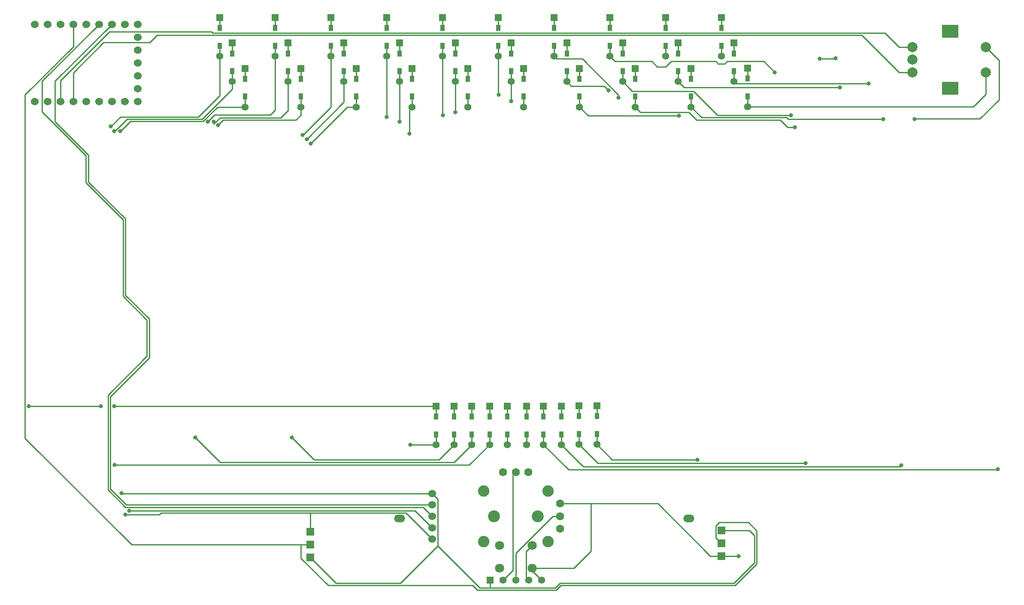
<source format=gbr>
G04 #@! TF.GenerationSoftware,KiCad,Pcbnew,7.0.8*
G04 #@! TF.CreationDate,2024-01-10T21:48:22+09:00*
G04 #@! TF.ProjectId,ckb4,636b6234-2e6b-4696-9361-645f70636258,rev?*
G04 #@! TF.SameCoordinates,Original*
G04 #@! TF.FileFunction,Copper,L1,Top*
G04 #@! TF.FilePolarity,Positive*
%FSLAX46Y46*%
G04 Gerber Fmt 4.6, Leading zero omitted, Abs format (unit mm)*
G04 Created by KiCad (PCBNEW 7.0.8) date 2024-01-10 21:48:22*
%MOMM*%
%LPD*%
G01*
G04 APERTURE LIST*
G04 #@! TA.AperFunction,ComponentPad*
%ADD10R,1.397000X1.397000*%
G04 #@! TD*
G04 #@! TA.AperFunction,SMDPad,CuDef*
%ADD11R,0.950000X1.300000*%
G04 #@! TD*
G04 #@! TA.AperFunction,ComponentPad*
%ADD12C,1.397000*%
G04 #@! TD*
G04 #@! TA.AperFunction,ComponentPad*
%ADD13O,2.200000X1.500000*%
G04 #@! TD*
G04 #@! TA.AperFunction,SMDPad,CuDef*
%ADD14R,1.524000X1.524000*%
G04 #@! TD*
G04 #@! TA.AperFunction,ComponentPad*
%ADD15C,2.000000*%
G04 #@! TD*
G04 #@! TA.AperFunction,ComponentPad*
%ADD16R,3.200000X2.500000*%
G04 #@! TD*
G04 #@! TA.AperFunction,ComponentPad*
%ADD17C,2.250000*%
G04 #@! TD*
G04 #@! TA.AperFunction,ComponentPad*
%ADD18C,2.350000*%
G04 #@! TD*
G04 #@! TA.AperFunction,ComponentPad*
%ADD19C,1.524000*%
G04 #@! TD*
G04 #@! TA.AperFunction,ComponentPad*
%ADD20C,1.600000*%
G04 #@! TD*
G04 #@! TA.AperFunction,ComponentPad*
%ADD21C,1.800000*%
G04 #@! TD*
G04 #@! TA.AperFunction,ViaPad*
%ADD22C,0.800000*%
G04 #@! TD*
G04 #@! TA.AperFunction,Conductor*
%ADD23C,0.250000*%
G04 #@! TD*
G04 APERTURE END LIST*
D10*
X-231500000Y158810000D03*
D11*
X-231500000Y156775000D03*
X-231500000Y153225000D03*
D12*
X-231500000Y151190000D03*
D10*
X-198500000Y158810000D03*
D11*
X-198500000Y156775000D03*
X-198500000Y153225000D03*
D12*
X-198500000Y151190000D03*
D10*
X-209500000Y158810000D03*
D11*
X-209500000Y156775000D03*
X-209500000Y153225000D03*
D12*
X-209500000Y151190000D03*
D13*
X-185402500Y64850000D03*
D10*
X-240000000Y153810000D03*
D11*
X-240000000Y151775000D03*
X-240000000Y148225000D03*
D12*
X-240000000Y146190000D03*
D14*
X-260060000Y62210000D03*
X-260060000Y59670000D03*
X-260060000Y57130000D03*
D10*
X-231760000Y87055000D03*
D11*
X-231760000Y85020000D03*
X-231760000Y81470000D03*
D12*
X-231760000Y79435000D03*
D10*
X-207080000Y87100000D03*
D11*
X-207080000Y85065000D03*
X-207080000Y81515000D03*
D12*
X-207080000Y79480000D03*
D10*
X-201000000Y163810000D03*
D11*
X-201000000Y161775000D03*
X-201000000Y158225000D03*
D12*
X-201000000Y156190000D03*
D10*
X-251000000Y153810000D03*
D11*
X-251000000Y151775000D03*
X-251000000Y148225000D03*
D12*
X-251000000Y146190000D03*
D10*
X-185000000Y153810000D03*
D11*
X-185000000Y151775000D03*
X-185000000Y148225000D03*
D12*
X-185000000Y146190000D03*
D10*
X-275500000Y158810000D03*
D11*
X-275500000Y156775000D03*
X-275500000Y153225000D03*
D12*
X-275500000Y151190000D03*
D10*
X-187500000Y158810000D03*
D11*
X-187500000Y156775000D03*
X-187500000Y153225000D03*
D12*
X-187500000Y151190000D03*
D10*
X-207000000Y153810000D03*
D11*
X-207000000Y151775000D03*
X-207000000Y148225000D03*
D12*
X-207000000Y146190000D03*
D10*
X-256000000Y163810000D03*
D11*
X-256000000Y161775000D03*
X-256000000Y158225000D03*
D12*
X-256000000Y156190000D03*
D10*
X-212000000Y163810000D03*
D11*
X-212000000Y161775000D03*
X-212000000Y158225000D03*
D12*
X-212000000Y156190000D03*
D10*
X-217430000Y87070000D03*
D11*
X-217430000Y85035000D03*
X-217430000Y81485000D03*
D12*
X-217430000Y79450000D03*
D10*
X-203570000Y87100000D03*
D11*
X-203570000Y85065000D03*
X-203570000Y81515000D03*
D12*
X-203570000Y79480000D03*
D10*
X-273000000Y153810000D03*
D11*
X-273000000Y151775000D03*
X-273000000Y148225000D03*
D12*
X-273000000Y146190000D03*
D10*
X-267000000Y163810000D03*
D11*
X-267000000Y161775000D03*
X-267000000Y158225000D03*
D12*
X-267000000Y156190000D03*
D10*
X-224720000Y87055000D03*
D11*
X-224720000Y85020000D03*
X-224720000Y81470000D03*
D12*
X-224720000Y79435000D03*
D14*
X-178980000Y57440000D03*
X-178980000Y59980000D03*
X-178980000Y62520000D03*
D10*
X-234000000Y163810000D03*
D11*
X-234000000Y161775000D03*
X-234000000Y158225000D03*
D12*
X-234000000Y156190000D03*
D10*
X-210580000Y87090000D03*
D11*
X-210580000Y85055000D03*
X-210580000Y81505000D03*
D12*
X-210580000Y79470000D03*
X-214470000Y52690000D03*
X-217010000Y52690000D03*
X-219550000Y52690000D03*
X-222090000Y52690000D03*
D10*
X-224630000Y52690000D03*
X-221260000Y87055000D03*
D11*
X-221260000Y85020000D03*
X-221260000Y81470000D03*
D12*
X-221260000Y79435000D03*
D10*
X-228280000Y87070000D03*
D11*
X-228280000Y85035000D03*
X-228280000Y81485000D03*
D12*
X-228280000Y79450000D03*
D10*
X-218000000Y153810000D03*
D11*
X-218000000Y151775000D03*
X-218000000Y148225000D03*
D12*
X-218000000Y146190000D03*
D10*
X-214110000Y87090000D03*
D11*
X-214110000Y85055000D03*
X-214110000Y81505000D03*
D12*
X-214110000Y79470000D03*
D10*
X-220500000Y158810000D03*
D11*
X-220500000Y156775000D03*
X-220500000Y153225000D03*
D12*
X-220500000Y151190000D03*
D10*
X-173831250Y153828750D03*
D11*
X-173831250Y151793750D03*
X-173831250Y148243750D03*
D12*
X-173831250Y146208750D03*
D15*
X-141320000Y158010000D03*
X-141320000Y153010000D03*
X-141320000Y155510000D03*
D16*
X-133820000Y161110000D03*
X-133820000Y149910000D03*
D15*
X-126820000Y153010000D03*
X-126820000Y158010000D03*
D10*
X-242500000Y158810000D03*
D11*
X-242500000Y156775000D03*
X-242500000Y153225000D03*
D12*
X-242500000Y151190000D03*
D10*
X-176500000Y158810000D03*
D11*
X-176500000Y156775000D03*
X-176500000Y153225000D03*
D12*
X-176500000Y151190000D03*
D10*
X-235260000Y87055000D03*
D11*
X-235260000Y85020000D03*
X-235260000Y81470000D03*
D12*
X-235260000Y79435000D03*
D10*
X-196000000Y153810000D03*
D11*
X-196000000Y151775000D03*
X-196000000Y148225000D03*
D12*
X-196000000Y146190000D03*
D10*
X-229000000Y153810000D03*
D11*
X-229000000Y151775000D03*
X-229000000Y148225000D03*
D12*
X-229000000Y146190000D03*
D10*
X-278000000Y163810000D03*
D11*
X-278000000Y161775000D03*
X-278000000Y158225000D03*
D12*
X-278000000Y156190000D03*
D10*
X-245000000Y163810000D03*
D11*
X-245000000Y161775000D03*
X-245000000Y158225000D03*
D12*
X-245000000Y156190000D03*
D13*
X-242518750Y64850000D03*
D10*
X-179000000Y163810000D03*
D11*
X-179000000Y161775000D03*
X-179000000Y158225000D03*
D12*
X-179000000Y156190000D03*
D10*
X-223000000Y163810000D03*
D11*
X-223000000Y161775000D03*
X-223000000Y158225000D03*
D12*
X-223000000Y156190000D03*
D17*
X-225875000Y70300000D03*
X-225875000Y60300000D03*
D18*
X-223850000Y65300000D03*
X-215250000Y65300000D03*
D17*
X-213225000Y70300000D03*
X-213225000Y60300000D03*
D19*
X-236060000Y69808000D03*
D20*
X-217050000Y74030000D03*
X-210820000Y62800000D03*
D19*
X-236060000Y67554000D03*
D20*
X-219550000Y74030000D03*
D19*
X-236060000Y65300000D03*
D20*
X-210820000Y65300000D03*
D19*
X-236060000Y63046000D03*
D21*
X-222800000Y59550000D03*
X-216300000Y59550000D03*
D19*
X-236060000Y60792000D03*
D21*
X-222800000Y55050000D03*
D20*
X-222050000Y74030000D03*
D21*
X-216300000Y55050000D03*
D20*
X-210820000Y67800000D03*
D10*
X-264500000Y158810000D03*
D11*
X-264500000Y156775000D03*
X-264500000Y153225000D03*
D12*
X-264500000Y151190000D03*
D10*
X-253500000Y158810000D03*
D11*
X-253500000Y156775000D03*
X-253500000Y153225000D03*
D12*
X-253500000Y151190000D03*
D10*
X-190000000Y163810000D03*
D11*
X-190000000Y161775000D03*
X-190000000Y158225000D03*
D12*
X-190000000Y156190000D03*
D10*
X-262000000Y153810000D03*
D11*
X-262000000Y151775000D03*
X-262000000Y148225000D03*
D12*
X-262000000Y146190000D03*
D19*
X-314490000Y147290000D03*
X-311950000Y147290000D03*
X-309410000Y147290000D03*
X-306870000Y147290000D03*
X-304330000Y147290000D03*
X-301790000Y147290000D03*
X-299250000Y147290000D03*
X-296710000Y147290000D03*
X-294170000Y147290000D03*
X-294170000Y149830000D03*
X-294170000Y152370000D03*
X-294170000Y154910000D03*
X-294170000Y157450000D03*
X-294170000Y159990000D03*
X-294170000Y162530000D03*
X-296710000Y162530000D03*
X-299250000Y162530000D03*
X-301790000Y162530000D03*
X-304330000Y162530000D03*
X-306870000Y162530000D03*
X-309410000Y162530000D03*
X-311950000Y162530000D03*
X-314490000Y162530000D03*
D22*
X-315650000Y87060000D03*
X-301430000Y87060000D03*
X-298784500Y87060000D03*
X-140870000Y143800000D03*
X-295810000Y66379500D03*
X-297380000Y69850000D03*
X-175570000Y57390000D03*
X-296610000Y65610000D03*
X-299450000Y142320000D03*
X-280320000Y143240000D03*
X-261630000Y140650000D03*
X-245000000Y144190000D03*
X-233970000Y144500000D03*
X-222950000Y148640000D03*
X-199280000Y148010000D03*
X-168470000Y153000000D03*
X-260800000Y139780000D03*
X-242450000Y143240000D03*
X-231470000Y145130000D03*
X-220510000Y147310000D03*
X-201230000Y149447093D03*
X-165280000Y144540000D03*
X-155580000Y150010000D03*
X-149960000Y150770000D03*
X-278330000Y142610000D03*
X-260030000Y138940000D03*
X-240510000Y140920000D03*
X-187340000Y144447093D03*
X-164530000Y142200000D03*
X-147104174Y143815826D03*
X-298670000Y75420000D03*
X-124450000Y74580000D03*
X-279108504Y143236847D03*
X-162390000Y75800000D03*
X-159600000Y155750000D03*
X-156440000Y155780000D03*
X-298780000Y141380000D03*
X-282790000Y80910000D03*
X-143530000Y75360000D03*
X-297570000Y141410000D03*
X-263740000Y80840000D03*
X-240400000Y79460000D03*
X-183730000Y76480000D03*
D23*
X-222090000Y52690000D02*
X-220120000Y54660000D01*
X-220120000Y73460000D02*
X-219550000Y74030000D01*
X-220120000Y54660000D02*
X-220120000Y73460000D01*
X-219550000Y52690000D02*
X-219550000Y58030668D01*
X-219550000Y58030668D02*
X-212280668Y65300000D01*
X-212280668Y65300000D02*
X-210820000Y65300000D01*
X-217010000Y52690000D02*
X-217525000Y53205000D01*
X-217525000Y53205000D02*
X-217525000Y58325000D01*
X-217525000Y58325000D02*
X-216300000Y59550000D01*
X-214470000Y52690000D02*
X-216300000Y54520000D01*
X-216300000Y54520000D02*
X-216300000Y55050000D01*
X-211731396Y51190000D02*
X-224650000Y51190000D01*
X-224650000Y51190000D02*
X-226690000Y51190000D01*
X-224630000Y52690000D02*
X-224630000Y51210000D01*
X-224630000Y51210000D02*
X-224650000Y51190000D01*
X-210430000Y52075000D02*
X-210846396Y52075000D01*
X-210430000Y52075000D02*
X-176535000Y52075000D01*
X-210846396Y52075000D02*
X-211731396Y51190000D01*
X-226690000Y51190000D02*
X-234960000Y59460000D01*
X-261920000Y59670000D02*
X-261920000Y56990000D01*
X-211545000Y50740000D02*
X-210660000Y51625000D01*
X-180067000Y63416620D02*
X-180067000Y61067000D01*
X-261920000Y56990000D02*
X-256555000Y51625000D01*
X-256555000Y51625000D02*
X-228060000Y51625000D01*
X-179373620Y64110000D02*
X-180067000Y63416620D01*
X-227175000Y50740000D02*
X-211545000Y50740000D01*
X-176275000Y51625000D02*
X-172020000Y55880000D01*
X-172020000Y55880000D02*
X-172020000Y62450000D01*
X-172020000Y62450000D02*
X-173680000Y64110000D01*
X-210660000Y51625000D02*
X-176275000Y51625000D01*
X-228060000Y51625000D02*
X-227175000Y50740000D01*
X-173680000Y64110000D02*
X-179373620Y64110000D01*
X-180067000Y61067000D02*
X-178980000Y59980000D01*
X-179000000Y163810000D02*
X-179000000Y161775000D01*
X-223000000Y163810000D02*
X-223000000Y161775000D01*
X-245000000Y163810000D02*
X-245000000Y161775000D01*
X-212000000Y163810000D02*
X-212000000Y161775000D01*
X-267000000Y163810000D02*
X-267000000Y161775000D01*
X-256000000Y163810000D02*
X-256000000Y161775000D01*
X-278000000Y161775000D02*
X-278000000Y163810000D01*
X-201000000Y163810000D02*
X-201000000Y161775000D01*
X-234000000Y163810000D02*
X-234000000Y161775000D01*
X-190000000Y163810000D02*
X-190000000Y161775000D01*
X-253500000Y158810000D02*
X-253500000Y156775000D01*
X-187500000Y158810000D02*
X-187500000Y156775000D01*
X-231500000Y158810000D02*
X-231500000Y156775000D01*
X-220500000Y158810000D02*
X-220500000Y156775000D01*
X-198500000Y158810000D02*
X-198500000Y156775000D01*
X-264500000Y158810000D02*
X-264500000Y156775000D01*
X-275500000Y156775000D02*
X-275500000Y158810000D01*
X-209500000Y158810000D02*
X-209500000Y156775000D01*
X-242500000Y158810000D02*
X-242500000Y156775000D01*
X-176500000Y158810000D02*
X-176500000Y156775000D01*
X-273000000Y153810000D02*
X-273000000Y151775000D01*
X-251000000Y153810000D02*
X-251000000Y151775000D01*
X-185000000Y151775000D02*
X-185000000Y153810000D01*
X-196000000Y153810000D02*
X-196000000Y151775000D01*
X-229000000Y153810000D02*
X-229000000Y151775000D01*
X-218000000Y153810000D02*
X-218000000Y151775000D01*
X-240000000Y153810000D02*
X-240000000Y151775000D01*
X-173831250Y153828750D02*
X-173831250Y151793750D01*
X-262000000Y153810000D02*
X-262000000Y151775000D01*
X-207000000Y153810000D02*
X-207000000Y151775000D01*
X-207080000Y87100000D02*
X-207080000Y85065000D01*
X-301430000Y87060000D02*
X-315650000Y87060000D01*
X-231760000Y87055000D02*
X-231760000Y85020000D01*
X-228280000Y87070000D02*
X-228280000Y85035000D01*
X-296620000Y87055000D02*
X-298779500Y87055000D01*
X-298779500Y87055000D02*
X-298784500Y87060000D01*
X-210580000Y87090000D02*
X-210580000Y85055000D01*
X-235260000Y87055000D02*
X-235260000Y85020000D01*
X-214110000Y87090000D02*
X-214110000Y85055000D01*
X-203570000Y87100000D02*
X-203570000Y85065000D01*
X-221260000Y85020000D02*
X-221260000Y87055000D01*
X-235260000Y87055000D02*
X-296620000Y87055000D01*
X-224720000Y87055000D02*
X-224720000Y85020000D01*
X-217430000Y87070000D02*
X-217430000Y85035000D01*
X-126820000Y158010000D02*
X-124220000Y155410000D01*
X-124220000Y147630000D02*
X-128020000Y143830000D01*
X-124220000Y155410000D02*
X-124220000Y147630000D01*
X-140840000Y143830000D02*
X-140870000Y143800000D01*
X-128020000Y143830000D02*
X-134750000Y143830000D01*
X-133270000Y143830000D02*
X-134750000Y143830000D01*
X-134750000Y143830000D02*
X-140840000Y143830000D01*
X-221260000Y79435000D02*
X-221260000Y81470000D01*
X-126820000Y153010000D02*
X-126820000Y148690000D01*
X-132820000Y146208750D02*
X-131681250Y146208750D01*
X-173831250Y146208750D02*
X-132820000Y146208750D01*
X-129301250Y146208750D02*
X-132820000Y146208750D01*
X-173831250Y146208750D02*
X-173831250Y148243750D01*
X-126820000Y148690000D02*
X-129301250Y146208750D01*
X-291880000Y104290000D02*
X-291880000Y96580000D01*
X-296600000Y109010000D02*
X-291880000Y104290000D01*
X-296414000Y67554000D02*
X-236060000Y67554000D01*
X-299550000Y88910000D02*
X-299550000Y70690000D01*
X-299250000Y162530000D02*
X-310497000Y151283000D01*
X-291880000Y96580000D02*
X-299550000Y88910000D01*
X-310497000Y143297000D02*
X-303845000Y136645000D01*
X-303845000Y131345000D02*
X-296600000Y124100000D01*
X-303845000Y136645000D02*
X-303845000Y131345000D01*
X-310497000Y151283000D02*
X-310497000Y143297000D01*
X-296600000Y124100000D02*
X-296600000Y109010000D01*
X-299550000Y70690000D02*
X-296414000Y67554000D01*
X-237864000Y67104000D02*
X-296600396Y67104000D01*
X-297053604Y123913604D02*
X-304400000Y131260000D01*
X-313037000Y145200604D02*
X-313037000Y151283000D01*
X-304400000Y136563604D02*
X-313037000Y145200604D01*
X-236060000Y65300000D02*
X-237864000Y67104000D01*
X-297050000Y108823604D02*
X-297050000Y123913604D01*
X-296600396Y67104000D02*
X-300000000Y70503604D01*
X-292330000Y96920000D02*
X-292330000Y104103604D01*
X-292330000Y104103604D02*
X-297050000Y108823604D01*
X-297050000Y123913604D02*
X-297053604Y123913604D01*
X-304400000Y131260000D02*
X-304400000Y136563604D01*
X-313037000Y151283000D02*
X-301790000Y162530000D01*
X-300000000Y70503604D02*
X-300000000Y89250000D01*
X-300000000Y89250000D02*
X-292330000Y96920000D01*
X-236060000Y63046000D02*
X-239434000Y66420000D01*
X-239434000Y66420000D02*
X-295560000Y66420000D01*
X-297338000Y69808000D02*
X-297380000Y69850000D01*
X-234960000Y59460000D02*
X-242345000Y52075000D01*
X-234960000Y61050000D02*
X-234960000Y59460000D01*
X-234960000Y68708000D02*
X-236060000Y69808000D01*
X-234960000Y61050000D02*
X-234960000Y68708000D01*
X-173480000Y62520000D02*
X-178980000Y62520000D01*
X-260060000Y57130000D02*
X-255005000Y52075000D01*
X-242345000Y52075000D02*
X-244610000Y52075000D01*
X-234960000Y60361526D02*
X-234960000Y61050000D01*
X-255005000Y52075000D02*
X-244610000Y52075000D01*
X-236060000Y69808000D02*
X-297338000Y69808000D01*
X-176535000Y52075000D02*
X-172470000Y56140000D01*
X-172470000Y56140000D02*
X-172470000Y61510000D01*
X-172470000Y61510000D02*
X-173480000Y62520000D01*
X-289520000Y65970000D02*
X-289880000Y65610000D01*
X-289880000Y65610000D02*
X-296610000Y65610000D01*
X-210820000Y67800000D02*
X-204720000Y67800000D01*
X-208080000Y55050000D02*
X-204720000Y58410000D01*
X-204720000Y58410000D02*
X-204720000Y67800000D01*
X-204720000Y67800000D02*
X-191528667Y67800000D01*
X-175620000Y57440000D02*
X-178980000Y57440000D01*
X-181168667Y57440000D02*
X-178980000Y57440000D01*
X-175570000Y57390000D02*
X-175620000Y57440000D01*
X-236060000Y60792000D02*
X-241238000Y65970000D01*
X-260080000Y65970000D02*
X-289520000Y65970000D01*
X-191528667Y67800000D02*
X-181168667Y57440000D01*
X-241238000Y65970000D02*
X-260080000Y65970000D01*
X-260060000Y62210000D02*
X-260060000Y65950000D01*
X-260060000Y65950000D02*
X-260080000Y65970000D01*
X-216300000Y55050000D02*
X-208080000Y55050000D01*
X-278000000Y148400000D02*
X-282160000Y144240000D01*
X-278000000Y156190000D02*
X-278000000Y158225000D01*
X-282160000Y144240000D02*
X-297530000Y144240000D01*
X-297530000Y144240000D02*
X-299450000Y142320000D01*
X-278000000Y156190000D02*
X-278000000Y148400000D01*
X-267000000Y156190000D02*
X-267000000Y145570000D01*
X-278950000Y144610000D02*
X-280320000Y143240000D01*
X-267000000Y145570000D02*
X-267960000Y144610000D01*
X-267000000Y158225000D02*
X-267000000Y156190000D01*
X-267960000Y144610000D02*
X-278950000Y144610000D01*
X-261450000Y140650000D02*
X-261630000Y140650000D01*
X-261450000Y140730000D02*
X-261450000Y140650000D01*
X-256000000Y156190000D02*
X-256000000Y146180000D01*
X-256000000Y146180000D02*
X-261450000Y140730000D01*
X-256000000Y158225000D02*
X-256000000Y156190000D01*
X-245000000Y156190000D02*
X-245000000Y158225000D01*
X-245000000Y144190000D02*
X-245000000Y156190000D01*
X-233970000Y144500000D02*
X-234000000Y144530000D01*
X-234000000Y158225000D02*
X-234000000Y156190000D01*
X-234000000Y144530000D02*
X-234000000Y156190000D01*
X-223000000Y158225000D02*
X-223000000Y156190000D01*
X-223000000Y148690000D02*
X-223000000Y156190000D01*
X-222950000Y148640000D02*
X-223000000Y148690000D01*
X-199280000Y148522398D02*
X-206456393Y155698791D01*
X-206456393Y155698791D02*
X-211508791Y155698791D01*
X-199280000Y148010000D02*
X-199280000Y148522398D01*
X-211508791Y155698791D02*
X-212000000Y156190000D01*
X-212000000Y156190000D02*
X-212000000Y158225000D01*
X-188920000Y155170000D02*
X-189970000Y154120000D01*
X-189970000Y154120000D02*
X-191678407Y154120000D01*
X-188920000Y155171593D02*
X-188920000Y155170000D01*
X-170641593Y155171593D02*
X-177858407Y155171593D01*
X-180080000Y155171593D02*
X-188920000Y155171593D01*
X-201000000Y158225000D02*
X-201000000Y156190000D01*
X-177858407Y155171593D02*
X-178310000Y154720000D01*
X-191678407Y154120000D02*
X-192730000Y155171593D01*
X-199981593Y155171593D02*
X-201000000Y156190000D01*
X-179628407Y154720000D02*
X-180080000Y155171593D01*
X-168470000Y153000000D02*
X-170641593Y155171593D01*
X-192730000Y155171593D02*
X-199981593Y155171593D01*
X-178310000Y154720000D02*
X-179628407Y154720000D01*
X-190000000Y156190000D02*
X-190000000Y158225000D01*
X-253500000Y147130000D02*
X-260800000Y139830000D01*
X-253500000Y153225000D02*
X-253500000Y151190000D01*
X-260800000Y139830000D02*
X-260800000Y139780000D01*
X-253500000Y151190000D02*
X-253500000Y147130000D01*
X-242500000Y143290000D02*
X-242500000Y151190000D01*
X-242450000Y143240000D02*
X-242500000Y143290000D01*
X-242500000Y151190000D02*
X-242500000Y153225000D01*
X-231500000Y153225000D02*
X-231500000Y151190000D01*
X-231500000Y145160000D02*
X-231500000Y151190000D01*
X-231470000Y145130000D02*
X-231500000Y145160000D01*
X-220500000Y147320000D02*
X-220500000Y151190000D01*
X-220500000Y151190000D02*
X-220500000Y153225000D01*
X-220510000Y147310000D02*
X-220500000Y147320000D01*
X-202090000Y150340000D02*
X-208650000Y150340000D01*
X-209500000Y153225000D02*
X-209500000Y151190000D01*
X-201230000Y149480000D02*
X-202090000Y150340000D01*
X-201230000Y149447093D02*
X-201230000Y149480000D01*
X-208650000Y150340000D02*
X-209500000Y151190000D01*
X-196620000Y149310000D02*
X-197015000Y149705000D01*
X-165280000Y144540000D02*
X-179730380Y144540000D01*
X-198500000Y151190000D02*
X-198500000Y153225000D01*
X-197015000Y149705000D02*
X-198500000Y151190000D01*
X-184500380Y149310000D02*
X-196620000Y149310000D01*
X-179730380Y144540000D02*
X-184500380Y149310000D01*
X-187500000Y151190000D02*
X-187500000Y153225000D01*
X-155580000Y150010000D02*
X-186320000Y150010000D01*
X-186320000Y150010000D02*
X-187500000Y151190000D01*
X-150451250Y150818750D02*
X-150008750Y150818750D01*
X-150008750Y150818750D02*
X-149960000Y150770000D01*
X-176128750Y150818750D02*
X-176500000Y151190000D01*
X-150451250Y150818750D02*
X-176128750Y150818750D01*
X-176500000Y153225000D02*
X-176500000Y151190000D01*
X-262940000Y143620000D02*
X-277320000Y143620000D01*
X-277320000Y143620000D02*
X-278330000Y142610000D01*
X-262000000Y146190000D02*
X-262000000Y144560000D01*
X-262000000Y144560000D02*
X-262940000Y143620000D01*
X-262000000Y148225000D02*
X-262000000Y146190000D01*
X-252780000Y146190000D02*
X-251000000Y146190000D01*
X-260030000Y138940000D02*
X-252780000Y146190000D01*
X-251000000Y148225000D02*
X-251000000Y146190000D01*
X-240510000Y145680000D02*
X-240000000Y146190000D01*
X-240510000Y140920000D02*
X-240510000Y145680000D01*
X-240000000Y148225000D02*
X-240000000Y146190000D01*
X-229000000Y146190000D02*
X-229000000Y148225000D01*
X-218000000Y148225000D02*
X-218000000Y146190000D01*
X-207000000Y148225000D02*
X-207000000Y146190000D01*
X-205257093Y144447093D02*
X-207000000Y146190000D01*
X-187340000Y144447093D02*
X-205257093Y144447093D01*
X-196000000Y148225000D02*
X-196000000Y146190000D01*
X-194981593Y145171593D02*
X-186740000Y145171593D01*
X-196000000Y146190000D02*
X-194981593Y145171593D01*
X-185411593Y145171593D02*
X-186740000Y145171593D01*
X-164530000Y142200000D02*
X-165980000Y142200000D01*
X-167410000Y143630000D02*
X-183870000Y143630000D01*
X-165980000Y142200000D02*
X-167410000Y143630000D01*
X-183870000Y143630000D02*
X-185411593Y145171593D01*
X-182890000Y144080000D02*
X-166100000Y144080000D01*
X-165835000Y143815000D02*
X-147105000Y143815000D01*
X-185000000Y146190000D02*
X-182890000Y144080000D01*
X-166100000Y144080000D02*
X-165835000Y143815000D01*
X-147105000Y143815000D02*
X-147104174Y143815826D01*
X-185000000Y146190000D02*
X-185000000Y148225000D01*
X-290820000Y75420000D02*
X-298670000Y75420000D01*
X-224720000Y81470000D02*
X-224720000Y79435000D01*
X-224720000Y79435000D02*
X-228735000Y75420000D01*
X-228735000Y75420000D02*
X-290820000Y75420000D01*
X-214110000Y79470000D02*
X-214110000Y81505000D01*
X-214110000Y79470000D02*
X-209130000Y74490000D01*
X-209130000Y74490000D02*
X-124540000Y74490000D01*
X-124540000Y74490000D02*
X-124450000Y74580000D01*
X-264500000Y145600000D02*
X-264500000Y151190000D01*
X-264440000Y145540000D02*
X-264500000Y145600000D01*
X-277895305Y144070000D02*
X-265910000Y144070000D01*
X-265910000Y144070000D02*
X-264440000Y145540000D01*
X-264500000Y153225000D02*
X-264500000Y151190000D01*
X-279108504Y142856801D02*
X-277895305Y144070000D01*
X-279108504Y143236847D02*
X-279108504Y142856801D01*
X-207080000Y79480000D02*
X-207080000Y81515000D01*
X-203355000Y75755000D02*
X-182605000Y75755000D01*
X-182605000Y75755000D02*
X-162435000Y75755000D01*
X-207080000Y79480000D02*
X-203355000Y75755000D01*
X-162435000Y75755000D02*
X-162390000Y75800000D01*
X-179000000Y158225000D02*
X-179000000Y156190000D01*
X-156470000Y155750000D02*
X-156440000Y155780000D01*
X-159600000Y155750000D02*
X-156470000Y155750000D01*
X-281431701Y143790000D02*
X-275500000Y149721701D01*
X-275500000Y149721701D02*
X-275500000Y151190000D01*
X-296215305Y143790000D02*
X-281431701Y143790000D01*
X-275500000Y151190000D02*
X-275500000Y153225000D01*
X-298625305Y141380000D02*
X-296215305Y143790000D01*
X-298780000Y141380000D02*
X-298625305Y141380000D01*
X-228280000Y79450000D02*
X-231750000Y75980000D01*
X-277860000Y75980000D02*
X-282790000Y80910000D01*
X-228280000Y81485000D02*
X-228280000Y79450000D01*
X-231750000Y75980000D02*
X-277860000Y75980000D01*
X-206185000Y75075000D02*
X-143815000Y75075000D01*
X-206320000Y75210000D02*
X-206185000Y75075000D01*
X-143815000Y75075000D02*
X-143530000Y75360000D01*
X-210580000Y79470000D02*
X-210580000Y81505000D01*
X-210580000Y79470000D02*
X-206320000Y75210000D01*
X-273000000Y148225000D02*
X-273000000Y146190000D01*
X-297490000Y141410000D02*
X-295560000Y143340000D01*
X-297570000Y141410000D02*
X-297490000Y141410000D01*
X-295560000Y143340000D02*
X-281245305Y143340000D01*
X-281245305Y143340000D02*
X-278395305Y146190000D01*
X-278395305Y146190000D02*
X-273000000Y146190000D01*
X-234720000Y76475000D02*
X-259375000Y76475000D01*
X-231760000Y81470000D02*
X-231760000Y79435000D01*
X-231760000Y79435000D02*
X-234720000Y76475000D01*
X-259375000Y76475000D02*
X-263740000Y80840000D01*
X-217430000Y79450000D02*
X-217430000Y81485000D01*
X-240375000Y79435000D02*
X-235260000Y79435000D01*
X-235260000Y81470000D02*
X-235260000Y79435000D01*
X-240400000Y79460000D02*
X-240375000Y79435000D01*
X-183735000Y76475000D02*
X-183730000Y76480000D01*
X-200565000Y76475000D02*
X-183735000Y76475000D01*
X-203570000Y79480000D02*
X-200565000Y76475000D01*
X-203570000Y81515000D02*
X-203570000Y79480000D01*
X-146750000Y160800000D02*
X-279290000Y160800000D01*
X-143960000Y158010000D02*
X-146750000Y160800000D01*
X-309410000Y151430000D02*
X-309410000Y147290000D01*
X-279567000Y161077000D02*
X-299763000Y161077000D01*
X-299763000Y161077000D02*
X-309410000Y151430000D01*
X-141320000Y158010000D02*
X-143960000Y158010000D01*
X-279290000Y160800000D02*
X-279567000Y161077000D01*
X-141320000Y153010000D02*
X-143960000Y153010000D01*
X-306870000Y152930000D02*
X-306870000Y147290000D01*
X-291787000Y158903000D02*
X-300897000Y158903000D01*
X-290340000Y160350000D02*
X-291787000Y158903000D01*
X-300897000Y158903000D02*
X-306870000Y152930000D01*
X-143960000Y153010000D02*
X-151300000Y160350000D01*
X-151300000Y160350000D02*
X-290340000Y160350000D01*
X-261920000Y59670000D02*
X-260060000Y59670000D01*
X-306870000Y162530000D02*
X-306870000Y158086396D01*
X-306870000Y158086396D02*
X-316375000Y148581396D01*
X-295323833Y59670000D02*
X-261920000Y59670000D01*
X-316375000Y148581396D02*
X-316375000Y80721167D01*
X-316375000Y80721167D02*
X-295323833Y59670000D01*
M02*

</source>
